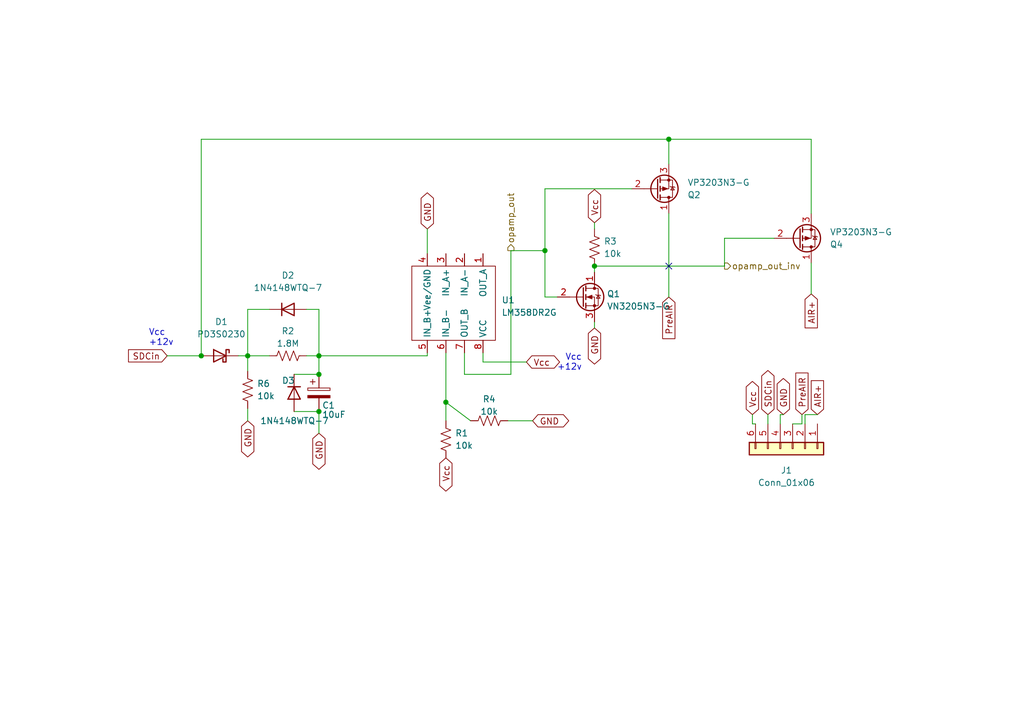
<source format=kicad_sch>
(kicad_sch (version 20230121) (generator eeschema)
  (paper "A5")
  (lib_symbols
    (symbol "Amplifier_Operational:LM358_whole_unit"
      (property "Reference" "U" (at 0 0 0))
      (symbol "LM358_whole_unit_0_1"
        (rectangle (start -1.905 18.415) (end 13.335 1.27))
      )
      (symbol "LM358_whole_unit_1_1"
        (pin output line (at -4.445 15.875 0) (length 2.54) (name "OUT_A") (number "1"))
        (pin power_in line (at -4.445 12.065 0) (length 2.54) (name "IN_A-") (number "2"))
        (pin power_in line (at -4.445 8.255 0) (length 2.54) (name "IN_A+") (number "3"))
        (pin bidirectional line (at -4.445 4.445 0) (length 2.54) (name "Vee/GND") (number "4"))
        (pin power_in line (at 15.875 4.445 180) (length 2.54) (name "IN_B+") (number "5"))
        (pin power_in line (at 15.875 8.255 180) (length 2.54) (name "IN_B-") (number "6"))
        (pin output line (at 15.875 12.065 180) (length 2.54) (name "OUT_B") (number "7"))
        (pin power_in line (at 15.875 15.875 180) (length 2.54) (name "VCC") (number "8"))
      )
    )
    (symbol "Connector_Generic:Conn_01x06" (pin_names (offset 1.016) hide)
      (property "Reference" "J" (at 0 7.62 0))
      (property "Value" "Conn_01x06" (at 0 -10.16 0))
      (symbol "Conn_01x06_1_1"
        (rectangle (start -1.27 -7.493) (end 0 -7.747) (stroke (width 0.1524)))
        (rectangle (start -1.27 -4.953) (end 0 -5.207) (stroke (width 0.1524)))
        (rectangle (start -1.27 -2.413) (end 0 -2.667) (stroke (width 0.1524)))
        (rectangle (start -1.27 0.127) (end 0 -0.127) (stroke (width 0.1524)))
        (rectangle (start -1.27 2.667) (end 0 2.413) (stroke (width 0.1524)))
        (rectangle (start -1.27 5.207) (end 0 4.953) (stroke (width 0.1524)))
        (rectangle (start -1.27 6.35) (end 1.27 -8.89) (stroke (width 0.254)) (fill (type background)))
        (pin passive line (at -5.08 5.08 0) (length 3.81) (name "Pin_1") (number "1"))
        (pin passive line (at -5.08 2.54 0) (length 3.81) (name "Pin_2") (number "2"))
        (pin passive line (at -5.08 0 0) (length 3.81) (name "Pin_3") (number "3"))
        (pin passive line (at -5.08 -2.54 0) (length 3.81) (name "Pin_4") (number "4"))
        (pin passive line (at -5.08 -5.08 0) (length 3.81) (name "Pin_5") (number "5"))
        (pin passive line (at -5.08 -7.62 0) (length 3.81) (name "Pin_6") (number "6"))
      )
    )
    (symbol "Device:C_Polarized" (pin_numbers hide) (pin_names (offset 0.254))
      (property "Reference" "C" (at 0.635 2.54 0))
      (property "Value" "C_Polarized" (at 0.635 -2.54 0))
      (symbol "C_Polarized_0_1"
        (rectangle (start -2.286 0.508) (end 2.286 1.016))
        (polyline (pts (xy -1.778 2.286) (xy -0.762 2.286)))
        (polyline (pts (xy -1.27 2.794) (xy -1.27 1.778)))
        (rectangle (start 2.286 -0.508) (end -2.286 -1.016) (fill (type outline)))
      )
      (symbol "C_Polarized_1_1"
        (pin passive line (at 0 3.81 270) (length 2.794) (name "~") (number "1"))
        (pin passive line (at 0 -3.81 90) (length 2.794) (name "~") (number "2"))
      )
    )
    (symbol "Device:D_Schottky" (pin_numbers hide) (pin_names (offset 1.016) hide)
      (property "Reference" "D" (at 0 2.54 0))
      (property "Value" "D_Schottky" (at 0 -2.54 0))
      (symbol "D_Schottky_0_1"
        (polyline (pts (xy 1.27 0) (xy -1.27 0)))
        (polyline (pts (xy 1.27 1.27) (xy 1.27 -1.27) (xy -1.27 0) (xy 1.27 1.27)) (stroke (width 0.254)))
        (polyline (pts (xy -1.905 0.635) (xy -1.905 1.27) (xy -1.27 1.27) (xy -1.27 -1.27) (xy -0.635 -1.27) (xy -0.635 -0.635)) (stroke (width 0.254)))
      )
      (symbol "D_Schottky_1_1"
        (pin passive line (at -3.81 0 0) (length 2.54) (name "K") (number "1"))
        (pin passive line (at 3.81 0 180) (length 2.54) (name "A") (number "2"))
      )
    )
    (symbol "Device:R_US" (pin_numbers hide) (pin_names (offset 0))
      (property "Reference" "R" (at 2.54 0 90))
      (property "Value" "R_US" (at -2.54 0 90))
      (symbol "R_US_0_1"
        (polyline (pts (xy 0 -2.286) (xy 0 -2.54)))
        (polyline (pts (xy 0 2.286) (xy 0 2.54)))
        (polyline (pts (xy 0 -0.762) (xy 1.016 -1.143) (xy 0 -1.524) (xy -1.016 -1.905) (xy 0 -2.286)))
        (polyline (pts (xy 0 0.762) (xy 1.016 0.381) (xy 0 0) (xy -1.016 -0.381) (xy 0 -0.762)))
        (polyline (pts (xy 0 2.286) (xy 1.016 1.905) (xy 0 1.524) (xy -1.016 1.143) (xy 0 0.762)))
      )
      (symbol "R_US_1_1"
        (pin passive line (at 0 3.81 270) (length 1.27) (name "~") (number "1"))
        (pin passive line (at 0 -3.81 90) (length 1.27) (name "~") (number "2"))
      )
    )
    (symbol "Diode:BAV302" (pin_numbers hide) (pin_names hide)
      (property "Reference" "D" (at 0 2.54 0))
      (property "Value" "BAV302" (at 0 -2.54 0))
      (symbol "BAV302_0_1"
        (polyline (pts (xy -1.27 1.27) (xy -1.27 -1.27)) (stroke (width 0.254)))
        (polyline (pts (xy 1.27 0) (xy -1.27 0)))
        (polyline (pts (xy 1.27 1.27) (xy 1.27 -1.27) (xy -1.27 0) (xy 1.27 1.27)) (stroke (width 0.254)))
      )
      (symbol "BAV302_1_1"
        (pin passive line (at -3.81 0 0) (length 2.54) (name "K") (number "1"))
        (pin passive line (at 3.81 0 180) (length 2.54) (name "A") (number "2"))
      )
    )
    (symbol "Transistor_FET:BS170" (pin_names hide)
      (property "Reference" "Q" (at 5.08 1.905 0))
      (property "Value" "BS170" (at 5.08 0 0))
      (symbol "BS170_0_1"
        (polyline (pts (xy 0.254 0) (xy -2.54 0)))
        (polyline (pts (xy 0.254 1.905) (xy 0.254 -1.905)) (stroke (width 0.254)))
        (polyline (pts (xy 0.762 -1.27) (xy 0.762 -2.286)) (stroke (width 0.254)))
        (polyline (pts (xy 0.762 0.508) (xy 0.762 -0.508)) (stroke (width 0.254)))
        (polyline (pts (xy 0.762 2.286) (xy 0.762 1.27)) (stroke (width 0.254)))
        (polyline (pts (xy 2.54 2.54) (xy 2.54 1.778)))
        (polyline (pts (xy 2.54 -2.54) (xy 2.54 0) (xy 0.762 0)))
        (polyline (pts (xy 0.762 -1.778) (xy 3.302 -1.778) (xy 3.302 1.778) (xy 0.762 1.778)))
        (polyline (pts (xy 1.016 0) (xy 2.032 0.381) (xy 2.032 -0.381) (xy 1.016 0)) (fill (type outline)))
        (polyline (pts (xy 2.794 0.508) (xy 2.921 0.381) (xy 3.683 0.381) (xy 3.81 0.254)))
        (polyline (pts (xy 3.302 0.381) (xy 2.921 -0.254) (xy 3.683 -0.254) (xy 3.302 0.381)))
        (circle (center 1.651 0) (radius 2.794) (stroke (width 0.254)))
        (circle (center 2.54 -1.778) (radius 0.254) (fill (type outline)))
        (circle (center 2.54 1.778) (radius 0.254) (fill (type outline)))
      )
      (symbol "BS170_1_1"
        (pin passive line (at 2.54 5.08 270) (length 2.54) (name "D") (number "1"))
        (pin input line (at -5.08 0 0) (length 2.54) (name "G") (number "2"))
        (pin passive line (at 2.54 -5.08 90) (length 2.54) (name "S") (number "3"))
      )
    )
    (symbol "Transistor_FET:BS250" (pin_names hide)
      (property "Reference" "Q" (at 5.08 1.905 0))
      (property "Value" "BS250" (at 5.08 0 0))
      (symbol "BS250_0_1"
        (polyline (pts (xy 0.254 0) (xy -2.54 0)))
        (polyline (pts (xy 0.254 1.905) (xy 0.254 -1.905)) (stroke (width 0.254)))
        (polyline (pts (xy 0.762 -1.27) (xy 0.762 -2.286)) (stroke (width 0.254)))
        (polyline (pts (xy 0.762 0.508) (xy 0.762 -0.508)) (stroke (width 0.254)))
        (polyline (pts (xy 0.762 2.286) (xy 0.762 1.27)) (stroke (width 0.254)))
        (polyline (pts (xy 2.54 2.54) (xy 2.54 1.778)))
        (polyline (pts (xy 2.54 -2.54) (xy 2.54 0) (xy 0.762 0)))
        (polyline (pts (xy 0.762 1.778) (xy 3.302 1.778) (xy 3.302 -1.778) (xy 0.762 -1.778)))
        (polyline (pts (xy 2.286 0) (xy 1.27 0.381) (xy 1.27 -0.381) (xy 2.286 0)) (fill (type outline)))
        (polyline (pts (xy 2.794 -0.508) (xy 2.921 -0.381) (xy 3.683 -0.381) (xy 3.81 -0.254)))
        (polyline (pts (xy 3.302 -0.381) (xy 2.921 0.254) (xy 3.683 0.254) (xy 3.302 -0.381)))
        (circle (center 1.651 0) (radius 2.794) (stroke (width 0.254)))
        (circle (center 2.54 -1.778) (radius 0.254) (fill (type outline)))
        (circle (center 2.54 1.778) (radius 0.254) (fill (type outline)))
      )
      (symbol "BS250_1_1"
        (pin passive line (at 2.54 5.08 270) (length 2.54) (name "D") (number "1"))
        (pin input line (at -5.08 0 0) (length 2.54) (name "G") (number "2"))
        (pin passive line (at 2.54 -5.08 90) (length 2.54) (name "S") (number "3"))
      )
    )
  )
  (junction (at 65.405 73.025))
  (junction (at 41.275 73.025))
  (junction (at 137.16 28.575))
  (junction (at 91.44 82.55))
  (junction (at 111.76 51.435))
  (junction (at 121.92 54.61))
  (junction (at 65.405 76.835))
  (junction (at 65.405 84.455))
  (junction (at 50.8 73.025))
  (no_connect (at 137.16 54.61))
  (wire (pts (xy 87.63 73.025) (xy 87.63 72.39)))
  (wire (pts (xy 99.06 72.39) (xy 99.06 74.295)))
  (wire (pts (xy 154.305 86.995) (xy 154.94 86.995)))
  (wire (pts (xy 111.76 60.96) (xy 114.3 60.96)))
  (wire (pts (xy 137.16 43.815) (xy 137.16 60.96)))
  (wire (pts (xy 95.25 72.39) (xy 95.25 76.835)))
  (wire (pts (xy 111.76 38.735) (xy 129.54 38.735)))
  (wire (pts (xy 148.59 48.895) (xy 158.75 48.895)))
  (wire (pts (xy 121.92 45.72) (xy 121.92 46.99)))
  (wire (pts (xy 137.16 28.575) (xy 166.37 28.575)))
  (wire (pts (xy 121.92 66.04) (xy 121.92 67.31)))
  (wire (pts (xy 162.56 86.995) (xy 164.465 86.995)))
  (wire (pts (xy 111.76 51.435) (xy 111.76 60.96)))
  (wire (pts (xy 111.76 38.735) (xy 111.76 51.435)))
  (wire (pts (xy 121.92 54.61) (xy 148.59 54.61)))
  (wire (pts (xy 91.44 82.55) (xy 91.44 86.36)))
  (wire (pts (xy 41.275 28.575) (xy 41.275 73.025)))
  (wire (pts (xy 65.405 63.5) (xy 65.405 73.025)))
  (wire (pts (xy 91.44 82.55) (xy 96.52 86.36)))
  (wire (pts (xy 60.325 76.835) (xy 65.405 76.835)))
  (wire (pts (xy 166.37 28.575) (xy 166.37 43.815)))
  (wire (pts (xy 48.895 73.025) (xy 50.8 73.025)))
  (wire (pts (xy 34.29 73.025) (xy 41.275 73.025)))
  (wire (pts (xy 41.275 28.575) (xy 137.16 28.575)))
  (wire (pts (xy 157.48 85.09) (xy 157.48 86.995)))
  (wire (pts (xy 87.63 52.07) (xy 87.63 46.99)))
  (wire (pts (xy 65.405 63.5) (xy 62.865 63.5)))
  (wire (pts (xy 164.465 85.09) (xy 164.465 86.995)))
  (wire (pts (xy 104.775 76.835) (xy 104.775 51.435)))
  (wire (pts (xy 165.1 85.09) (xy 167.64 85.09)))
  (wire (pts (xy 95.25 76.835) (xy 104.775 76.835)))
  (wire (pts (xy 166.37 53.975) (xy 166.37 60.325)))
  (wire (pts (xy 91.44 72.39) (xy 91.44 82.55)))
  (wire (pts (xy 60.325 84.455) (xy 65.405 84.455)))
  (wire (pts (xy 154.305 85.09) (xy 154.305 86.995)))
  (wire (pts (xy 121.92 54.61) (xy 121.92 55.88)))
  (wire (pts (xy 165.1 86.995) (xy 165.1 85.09)))
  (wire (pts (xy 104.775 51.435) (xy 111.76 51.435)))
  (wire (pts (xy 55.245 63.5) (xy 50.8 63.5)))
  (wire (pts (xy 148.59 48.895) (xy 148.59 54.61)))
  (wire (pts (xy 160.02 85.09) (xy 160.655 85.09)))
  (wire (pts (xy 137.16 28.575) (xy 137.16 33.655)))
  (wire (pts (xy 62.865 73.025) (xy 65.405 73.025)))
  (wire (pts (xy 160.02 86.995) (xy 160.02 85.09)))
  (wire (pts (xy 65.405 73.025) (xy 87.63 73.025)))
  (wire (pts (xy 50.8 73.025) (xy 55.245 73.025)))
  (wire (pts (xy 50.8 83.82) (xy 50.8 86.36)))
  (wire (pts (xy 99.06 74.295) (xy 107.95 74.295)))
  (wire (pts (xy 50.8 73.025) (xy 50.8 76.2)))
  (wire (pts (xy 65.405 84.455) (xy 65.405 88.9)))
  (wire (pts (xy 50.8 63.5) (xy 50.8 73.025)))
  (wire (pts (xy 104.14 86.36) (xy 109.22 86.36)))
  (wire (pts (xy 65.405 76.835) (xy 65.405 73.025)))
  (text "Vcc\n+12v\n" (at 119.38 76.2 0) (effects (font (size 1.27 1.27)) (justify right bottom)))
  (text "Vcc\n+12v\n" (at 30.48 71.12 0) (effects (font (size 1.27 1.27)) (justify left bottom)))
  (global_label "Vcc" (shape bidirectional) (at 154.305 85.09 90) (property "Intersheetrefs" "${INTERSHEET_REFS}" (effects hide)))
  (global_label "Vcc" (shape bidirectional) (at 121.92 45.72 90) (property "Intersheetrefs" "${INTERSHEET_REFS}" (effects hide)))
  (global_label "GND" (shape bidirectional) (at 121.92 67.31 270) (property "Intersheetrefs" "${INTERSHEET_REFS}" (effects hide)))
  (global_label "GND" (shape bidirectional) (at 160.655 85.09 90) (property "Intersheetrefs" "${INTERSHEET_REFS}" (effects hide)))
  (global_label "GND" (shape bidirectional) (at 65.405 88.9 270) (property "Intersheetrefs" "${INTERSHEET_REFS}" (effects hide)))
  (global_label "AIR+" (shape input) (at 167.64 85.09 90) (property "Intersheetrefs" "${INTERSHEET_REFS}" (effects hide)))
  (global_label "Vcc" (shape bidirectional) (at 91.44 93.98 270) (property "Intersheetrefs" "${INTERSHEET_REFS}" (effects hide)))
  (global_label "AIR+" (shape input) (at 166.37 60.325 270) (property "Intersheetrefs" "${INTERSHEET_REFS}" (effects hide)))
  (global_label "GND" (shape bidirectional) (at 87.63 46.99 90) (property "Intersheetrefs" "${INTERSHEET_REFS}" (effects hide)))
  (global_label "Vcc" (shape bidirectional) (at 107.95 74.295 0) (property "Intersheetrefs" "${INTERSHEET_REFS}" (effects hide)))
  (global_label "GND" (shape bidirectional) (at 50.8 86.36 270) (property "Intersheetrefs" "${INTERSHEET_REFS}" (effects hide)))
  (global_label "SDCin" (shape input) (at 34.29 73.025 180) (property "Intersheetrefs" "${INTERSHEET_REFS}" (effects hide)))
  (global_label "PreAIR" (shape input) (at 137.16 60.96 270) (property "Intersheetrefs" "${INTERSHEET_REFS}" (effects hide)))
  (global_label "GND" (shape bidirectional) (at 109.22 86.36 0) (property "Intersheetrefs" "${INTERSHEET_REFS}" (effects hide)))
  (global_label "PreAIR" (shape input) (at 164.465 85.09 90) (property "Intersheetrefs" "${INTERSHEET_REFS}" (effects hide)))
  (global_label "SDCin" (shape bidirectional) (at 157.48 85.09 90) (property "Intersheetrefs" "${INTERSHEET_REFS}" (effects hide)))
  (hierarchical_label "opamp_out" (shape output) (at 104.775 51.435 90))
  (hierarchical_label "opamp_out_inv" (shape output) (at 148.59 54.61 0))
  (symbol (lib_id "Diode:BAV302") (at 59.055 63.5 0) (mirror x) (unit 1)
    (property "Reference" "D2" (at 59.055 56.515 0))
    (property "Value" "1N4148WTQ-7" (at 59.055 59.055 0))
    (property "Footprint" "Diode_SMD:D_SOD-523" (effects hide))
    (property "Datasheet" "https://www.diodes.com/assets/Datasheets/1N4148WT.pdf" (effects hide))
  )
  (symbol (lib_id "Device:R_US") (at 121.92 50.8 180) (unit 1)
    (property "Reference" "R3" (at 123.825 49.53 0) (effects (justify right)))
    (property "Value" "10k" (at 123.825 52.07 0) (effects (justify right)))
    (property "Footprint" "Resistor_THT:R_Axial_DIN0207_L6.3mm_D2.5mm_P7.62mm_Horizontal" (effects hide))
  )
  (symbol (lib_id "Device:R_US") (at 50.8 80.01 180) (unit 1)
    (property "Reference" "R6" (at 52.705 78.74 0) (effects (justify right)))
    (property "Value" "10k" (at 52.705 81.28 0) (effects (justify right)))
    (property "Footprint" "Resistor_THT:R_Axial_DIN0207_L6.3mm_D2.5mm_P7.62mm_Horizontal" (effects hide))
  )
  (symbol (lib_id "Device:D_Schottky") (at 45.085 73.025 0) (mirror y) (unit 1)
    (property "Reference" "D1" (at 45.4025 66.04 0))
    (property "Value" "PD3S0230" (at 45.4025 68.58 0))
    (property "Footprint" "Diode_SMD:D_SOD-110" (effects hide))
    (property "Datasheet" "https://www.diodes.com/assets/Datasheets/ds30722.pdf" (effects hide))
  )
  (symbol (lib_id "Transistor_FET:BS250") (at 134.62 38.735 0) (mirror x) (unit 1)
    (property "Reference" "Q2" (at 140.97 40.005 0) (effects (justify left)))
    (property "Value" "VP3203N3-G" (at 140.97 37.465 0) (effects (justify left)))
    (property "Footprint" "Package_TO_SOT_THT:TO-92_Inline" (effects hide))
    (property "Datasheet" "http://www.vishay.com/docs/70209/70209.pdf" (effects hide))
  )
  (symbol (lib_id "Device:R_US") (at 100.33 86.36 270) (unit 1)
    (property "Reference" "R4" (at 100.33 81.915 90))
    (property "Value" "10k" (at 100.33 84.455 90))
    (property "Footprint" "Resistor_THT:R_Axial_DIN0207_L6.3mm_D2.5mm_P7.62mm_Horizontal" (effects hide))
  )
  (symbol (lib_id "Transistor_FET:BS250") (at 163.83 48.895 0) (mirror x) (unit 1)
    (property "Reference" "Q4" (at 170.18 50.165 0) (effects (justify left)))
    (property "Value" "VP3203N3-G" (at 170.18 47.625 0) (effects (justify left)))
    (property "Footprint" "Package_TO_SOT_THT:TO-92_Inline" (effects hide))
    (property "Datasheet" "http://www.vishay.com/docs/70209/70209.pdf" (effects hide))
  )
  (symbol (lib_id "Diode:BAV302") (at 60.325 80.645 90) (mirror x) (unit 1)
    (property "Reference" "D3" (at 57.785 78.105 90) (effects (justify right)))
    (property "Value" "1N4148WTQ-7" (at 53.34 86.36 90) (effects (justify right)))
    (property "Footprint" "Diode_SMD:D_SOD-523" (effects hide))
    (property "Datasheet" "https://www.diodes.com/assets/Datasheets/1N4148WT.pdf" (effects hide))
  )
  (symbol (lib_id "Device:R_US") (at 91.44 90.17 180) (unit 1)
    (property "Reference" "R1" (at 93.345 88.9 0) (effects (justify right)))
    (property "Value" "10k" (at 93.345 91.44 0) (effects (justify right)))
    (property "Footprint" "Resistor_THT:R_Axial_DIN0207_L6.3mm_D2.5mm_P7.62mm_Horizontal" (effects hide))
  )
  (symbol (lib_id "Device:C_Polarized") (at 65.405 80.645 0) (unit 1)
    (property "Reference" "C1" (at 66.04 83.185 0) (effects (justify left)))
    (property "Value" "10uF" (at 66.04 85.09 0) (effects (justify left)))
    (property "Footprint" "Capacitor_THT:CP_Radial_D4.0mm_P2.00mm" (effects hide))
    (property "Datasheet" "https://api.pim.na.industrial.panasonic.com/file_stream/main/fileversion/9127" (effects hide))
  )
  (symbol (lib_id "Connector_Generic:Conn_01x06") (at 162.56 92.075 270) (unit 1)
    (property "Reference" "J1" (at 161.29 96.52 90))
    (property "Value" "Conn_01x06" (at 161.29 99.06 90))
    (property "Footprint" "Connector_Molex:Molex_Micro-Fit_3.0_43045-0612_2x03_P3.00mm_Vertical" (effects hide))
  )
  (symbol (lib_id "Amplifier_Operational:LM358_whole_unit") (at 83.185 56.515 270) (unit 1)
    (property "Reference" "U1" (at 102.87 61.595 90) (effects (justify left)))
    (property "Value" "LM358DR2G" (at 102.87 64.135 90) (effects (justify left)))
    (property "Footprint" "Package_SO:SOIC-8_3.9x4.9mm_P1.27mm" (effects hide))
  )
  (symbol (lib_id "Device:R_US") (at 59.055 73.025 270) (unit 1)
    (property "Reference" "R2" (at 59.055 67.945 90))
    (property "Value" "1.8M" (at 59.055 70.485 90))
    (property "Footprint" "Resistor_THT:R_Axial_DIN0207_L6.3mm_D2.5mm_P7.62mm_Horizontal" (effects hide))
  )
  (symbol (lib_id "Transistor_FET:BS170") (at 119.38 60.96 0) (unit 1)
    (property "Reference" "Q1" (at 124.46 60.325 0) (effects (justify left)))
    (property "Value" "VN3205N3-G" (at 124.46 62.865 0) (effects (justify left)))
    (property "Footprint" "Package_TO_SOT_THT:TO-92_Inline" (effects hide))
    (property "Datasheet" "https://www.onsemi.com/pub/Collateral/BS170-D.PDF" (effects hide))
  )
)
</source>
